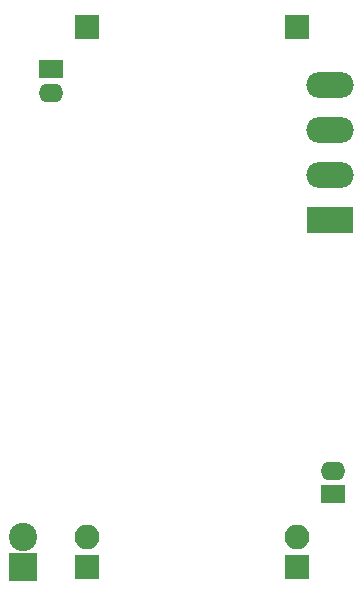
<source format=gbs>
G04 #@! TF.GenerationSoftware,KiCad,Pcbnew,no-vcs-found-7397~56~ubuntu16.04.1*
G04 #@! TF.CreationDate,2017-01-10T22:26:27+07:00*
G04 #@! TF.ProjectId,vm-sensor-pt100,766D2D73656E736F722D70743130302E,rev?*
G04 #@! TF.FileFunction,Soldermask,Bot*
G04 #@! TF.FilePolarity,Negative*
%FSLAX46Y46*%
G04 Gerber Fmt 4.6, Leading zero omitted, Abs format (unit mm)*
G04 Created by KiCad (PCBNEW no-vcs-found-7397~56~ubuntu16.04.1) date Tue Jan 10 22:26:27 2017*
%MOMM*%
%LPD*%
G01*
G04 APERTURE LIST*
%ADD10C,0.100000*%
%ADD11O,4.000000X2.200000*%
%ADD12R,4.000000X2.200000*%
%ADD13C,2.400000*%
%ADD14R,2.400000X2.400000*%
%ADD15R,2.100000X2.100000*%
%ADD16R,2.099260X1.598880*%
%ADD17O,2.099260X1.598880*%
%ADD18O,2.100000X2.100000*%
G04 APERTURE END LIST*
D10*
D11*
X119634000Y-77343000D03*
X119634000Y-81153000D03*
X119634000Y-84963000D03*
D12*
X119634000Y-88773000D03*
D13*
X93599000Y-115570000D03*
D14*
X93599000Y-118110000D03*
D15*
X99060000Y-72390000D03*
D16*
X119888000Y-111983520D03*
D17*
X119888000Y-109982000D03*
D15*
X116840000Y-72390000D03*
D16*
X96012000Y-75976480D03*
D17*
X96012000Y-77978000D03*
D15*
X99060000Y-118110000D03*
D18*
X99060000Y-115570000D03*
X116840000Y-115570000D03*
D15*
X116840000Y-118110000D03*
M02*

</source>
